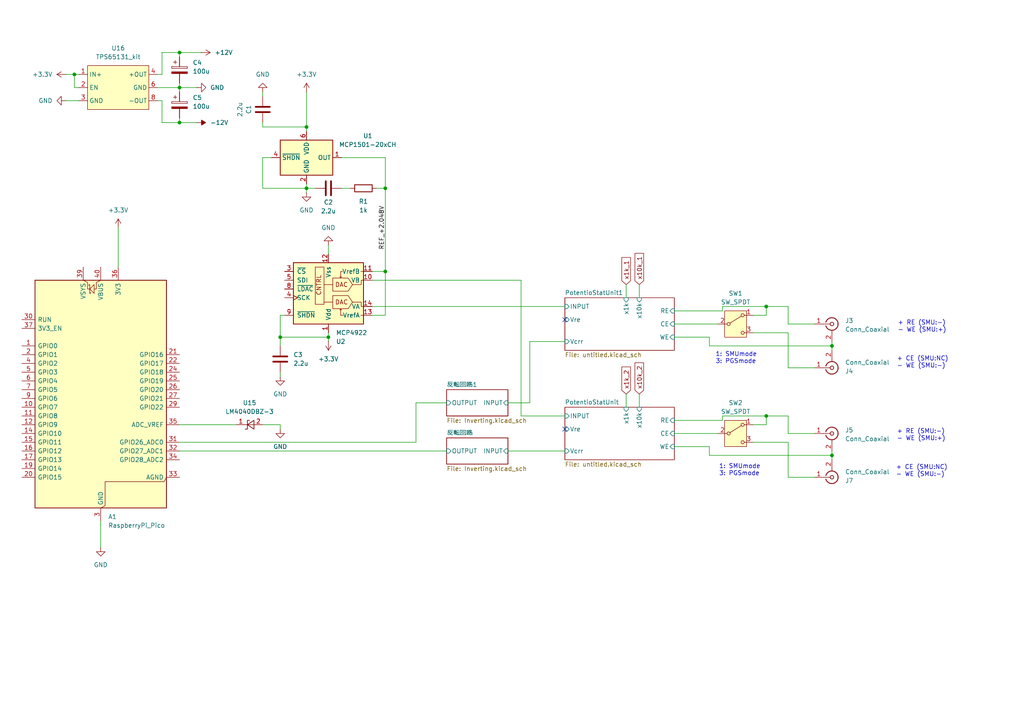
<source format=kicad_sch>
(kicad_sch (version 20250114) (generator "eeschema") (generator_version "9.0")
  (paper "A4")
  (lib_symbols
    (symbol "Analog_DAC:MCP4922" (pin_names (offset 1.016))
      (property "Reference" "U" (at -1.905 10.795 0))
      (property "Value" "MCP4922" (at -1.905 8.89 0))
      (symbol "MCP4922_0_0"
        (polyline (pts (xy 3.556 3.302) (xy 3.302 3.556)))
        (polyline (pts (xy 3.556 3.302) (xy 3.81 3.556)))
        (polyline (pts (xy 3.556 -5.842) (xy 3.302 -6.096)))
        (polyline (pts (xy 3.556 -5.842) (xy 3.81 -6.096)))
        (polyline (pts (xy 4.064 -7.62) (xy 3.556 -7.62) (xy 3.556 -5.842)))
        (polyline (pts (xy 4.318 5.08) (xy 3.556 5.08) (xy 3.556 3.302)))
        (polyline (pts (xy 6.985 1.27) (xy 9.525 1.27) (xy 9.525 2.54) (xy 10.16 2.54)))
        (polyline (pts (xy 6.985 -3.81) (xy 9.525 -3.81) (xy 9.525 -5.08) (xy 10.16 -5.08)))
        (polyline (pts (xy 10.16 5.08) (xy 9.398 5.08)))
        (polyline (pts (xy 10.16 -7.62) (xy 9.398 -7.62)))
        (text "CNTRL" (at -2.032 -6.731 900) (effects (font (size 1.27 1.27)) (justify left bottom)))
        (text "DAC" (at 3.81 1.27 0) (effects (font (size 1.27 1.27))))
        (text "DAC" (at 3.81 -3.81 0) (effects (font (size 1.27 1.27))))
      )
      (symbol "MCP4922_0_1"
        (rectangle (start -10.16 7.62) (end 10.16 -10.16) (stroke (width 0.254)) (fill (type background)))
        (rectangle (start -1.27 -8.89) (end -3.81 1.905))
        (polyline (pts (xy 1.27 1.27) (xy -1.27 1.27)))
        (polyline (pts (xy 1.27 -3.81) (xy -1.27 -3.81)))
        (polyline (pts (xy 6.985 1.27) (xy 5.715 3.175) (xy 1.27 3.175) (xy 1.27 -0.635) (xy 5.715 -0.635) (xy 6.985 1.27)))
        (polyline (pts (xy 6.985 -3.81) (xy 5.715 -1.905) (xy 1.27 -1.905) (xy 1.27 -5.715) (xy 5.715 -5.715) (xy 6.985 -3.81)))
      )
      (symbol "MCP4922_1_1"
        (pin input line (at -12.7 5.08 0) (length 2.54) (name "~{SHDN}") (number "9"))
        (pin input clock (at -12.7 0 0) (length 2.54) (name "SCK") (number "4"))
        (pin input line (at -12.7 -2.54 0) (length 2.54) (name "~{LDAC}") (number "8"))
        (pin input line (at -12.7 -5.08 0) (length 2.54) (name "SDI") (number "5"))
        (pin input line (at -12.7 -7.62 0) (length 2.54) (name "~{CS}") (number "3"))
        (pin no_connect line (at -7.62 -10.16 90) (length 2.54) (hide yes) (name "NC") (number "2"))
        (pin no_connect line (at -5.08 -10.16 90) (length 2.54) (hide yes) (name "NC") (number "6"))
        (pin no_connect line (at -2.54 -10.16 90) (length 2.54) (hide yes) (name "NC") (number "7"))
        (pin power_in line (at 0 10.16 270) (length 2.54) (name "Vdd") (number "1"))
        (pin power_in line (at 0 -12.7 90) (length 2.54) (name "Vss") (number "12"))
        (pin input line (at 12.7 5.08 180) (length 2.54) (name "VrefA") (number "13"))
        (pin output line (at 12.7 2.54 180) (length 2.54) (name "VA") (number "14"))
        (pin output line (at 12.7 -5.08 180) (length 2.54) (name "VB") (number "10"))
        (pin input line (at 12.7 -7.62 180) (length 2.54) (name "VrefB") (number "11"))
      )
    )
    (symbol "Connector:Conn_Coaxial" (pin_names (offset 1.016) (hide yes))
      (property "Reference" "J" (at 0.254 3.048 0))
      (property "Value" "Conn_Coaxial" (at 2.921 0 90))
      (symbol "Conn_Coaxial_0_1"
        (polyline (pts (xy -2.54 0) (xy -0.508 0)))
        (arc (start 1.778 0) (mid 0.222 -1.8079) (end -1.778 -0.508) (stroke (width 0.254)))
        (arc (start -1.778 0.508) (mid 0.2221 1.8084) (end 1.778 0) (stroke (width 0.254)))
        (circle (center 0 0) (radius 0.508) (stroke (width 0.2032)))
        (polyline (pts (xy 0 -2.54) (xy 0 -1.778)))
      )
      (symbol "Conn_Coaxial_1_1"
        (pin passive line (at -5.08 0 0) (length 2.54) (name "In") (number "1"))
        (pin passive line (at 0 -5.08 90) (length 2.54) (name "Ext") (number "2"))
      )
    )
    (symbol "Device:C" (pin_numbers (hide yes)) (pin_names (offset 0.254))
      (property "Reference" "C" (at 0.635 2.54 0))
      (property "Value" "C" (at 0.635 -2.54 0))
      (symbol "C_0_1"
        (polyline (pts (xy -2.032 0.762) (xy 2.032 0.762)) (stroke (width 0.508)))
        (polyline (pts (xy -2.032 -0.762) (xy 2.032 -0.762)) (stroke (width 0.508)))
      )
      (symbol "C_1_1"
        (pin passive line (at 0 3.81 270) (length 2.794) (name "~") (number "1"))
        (pin passive line (at 0 -3.81 90) (length 2.794) (name "~") (number "2"))
      )
    )
    (symbol "Device:C_Polarized" (pin_numbers (hide yes)) (pin_names (offset 0.254))
      (property "Reference" "C" (at 0.635 2.54 0))
      (property "Value" "C_Polarized" (at 0.635 -2.54 0))
      (symbol "C_Polarized_0_1"
        (rectangle (start -2.286 0.508) (end 2.286 1.016))
        (polyline (pts (xy -1.778 2.286) (xy -0.762 2.286)))
        (polyline (pts (xy -1.27 2.794) (xy -1.27 1.778)))
        (rectangle (start 2.286 -0.508) (end -2.286 -1.016) (fill (type outline)))
      )
      (symbol "C_Polarized_1_1"
        (pin passive line (at 0 3.81 270) (length 2.794) (name "~") (number "1"))
        (pin passive line (at 0 -3.81 90) (length 2.794) (name "~") (number "2"))
      )
    )
    (symbol "Device:R" (pin_numbers (hide yes)) (pin_names (offset 0))
      (property "Reference" "R" (at 2.032 0 90))
      (property "Value" "R" (at 0 0 90))
      (symbol "R_0_1"
        (rectangle (start -1.016 -2.54) (end 1.016 2.54) (stroke (width 0.254)))
      )
      (symbol "R_1_1"
        (pin passive line (at 0 3.81 270) (length 1.27) (name "~") (number "1"))
        (pin passive line (at 0 -3.81 90) (length 1.27) (name "~") (number "2"))
      )
    )
    (symbol "MCU_Module:RaspberryPi_Pico" (pin_names (offset 0.762))
      (property "Reference" "A" (at -19.05 35.56 0))
      (property "Value" "RaspberryPi_Pico" (at 7.62 35.56 0))
      (symbol "RaspberryPi_Pico_0_1"
        (rectangle (start -19.05 34.29) (end 19.05 -31.75) (stroke (width 0.254)) (fill (type background)))
        (polyline (pts (xy -5.08 34.29) (xy -3.81 33.655) (xy -3.81 31.75) (xy -3.175 31.75)))
        (polyline (pts (xy -3.429 32.766) (xy -3.429 33.02) (xy -3.175 33.02) (xy -3.175 30.48) (xy -2.921 30.48) (xy -2.921 30.734)))
        (polyline (pts (xy -3.175 31.75) (xy -1.905 33.02) (xy -1.905 30.48) (xy -3.175 31.75)))
        (polyline (pts (xy 0 34.29) (xy -1.27 33.655) (xy -1.27 31.75) (xy -1.905 31.75)))
        (polyline (pts (xy 0 -31.75) (xy 1.27 -31.115) (xy 1.27 -24.13) (xy 18.415 -24.13) (xy 19.05 -22.86)))
      )
      (symbol "RaspberryPi_Pico_1_1"
        (pin passive line (at -22.86 22.86 0) (length 3.81) (name "RUN") (number "30"))
        (pin passive line (at -22.86 20.32 0) (length 3.81) (name "3V3_EN") (number "37"))
        (pin bidirectional line (at -22.86 15.24 0) (length 3.81) (name "GPIO0") (number "1"))
        (pin bidirectional line (at -22.86 12.7 0) (length 3.81) (name "GPIO1") (number "2"))
        (pin bidirectional line (at -22.86 10.16 0) (length 3.81) (name "GPIO2") (number "4"))
        (pin bidirectional line (at -22.86 7.62 0) (length 3.81) (name "GPIO3") (number "5"))
        (pin bidirectional line (at -22.86 5.08 0) (length 3.81) (name "GPIO4") (number "6"))
        (pin bidirectional line (at -22.86 2.54 0) (length 3.81) (name "GPIO5") (number "7"))
        (pin bidirectional line (at -22.86 0 0) (length 3.81) (name "GPIO6") (number "9"))
        (pin bidirectional line (at -22.86 -2.54 0) (length 3.81) (name "GPIO7") (number "10"))
        (pin bidirectional line (at -22.86 -5.08 0) (length 3.81) (name "GPIO8") (number "11"))
        (pin bidirectional line (at -22.86 -7.62 0) (length 3.81) (name "GPIO9") (number "12"))
        (pin bidirectional line (at -22.86 -10.16 0) (length 3.81) (name "GPIO10") (number "14"))
        (pin bidirectional line (at -22.86 -12.7 0) (length 3.81) (name "GPIO11") (number "15"))
        (pin bidirectional line (at -22.86 -15.24 0) (length 3.81) (name "GPIO12") (number "16"))
        (pin bidirectional line (at -22.86 -17.78 0) (length 3.81) (name "GPIO13") (number "17"))
        (pin bidirectional line (at -22.86 -20.32 0) (length 3.81) (name "GPIO14") (number "19"))
        (pin bidirectional line (at -22.86 -22.86 0) (length 3.81) (name "GPIO15") (number "20"))
        (pin power_in line (at -5.08 38.1 270) (length 3.81) (name "VSYS") (number "39"))
        (pin power_out line (at 0 38.1 270) (length 3.81) (name "VBUS") (number "40"))
        (pin passive line (at 0 -35.56 90) (length 3.81) (hide yes) (name "GND") (number "13"))
        (pin passive line (at 0 -35.56 90) (length 3.81) (hide yes) (name "GND") (number "18"))
        (pin passive line (at 0 -35.56 90) (length 3.81) (hide yes) (name "GND") (number "23"))
        (pin passive line (at 0 -35.56 90) (length 3.81) (hide yes) (name "GND") (number "28"))
        (pin power_out line (at 0 -35.56 90) (length 3.81) (name "GND") (number "3"))
        (pin passive line (at 0 -35.56 90) (length 3.81) (hide yes) (name "GND") (number "38"))
        (pin passive line (at 0 -35.56 90) (length 3.81) (hide yes) (name "GND") (number "8"))
        (pin power_out line (at 5.08 38.1 270) (length 3.81) (name "3V3") (number "36"))
        (pin bidirectional line (at 22.86 12.7 180) (length 3.81) (name "GPIO16") (number "21"))
        (pin bidirectional line (at 22.86 10.16 180) (length 3.81) (name "GPIO17") (number "22"))
        (pin bidirectional line (at 22.86 7.62 180) (length 3.81) (name "GPIO18") (number "24"))
        (pin bidirectional line (at 22.86 5.08 180) (length 3.81) (name "GPIO19") (number "25"))
        (pin bidirectional line (at 22.86 2.54 180) (length 3.81) (name "GPIO20") (number "26"))
        (pin bidirectional line (at 22.86 0 180) (length 3.81) (name "GPIO21") (number "27"))
        (pin bidirectional line (at 22.86 -2.54 180) (length 3.81) (name "GPIO22") (number "29"))
        (pin power_in line (at 22.86 -7.62 180) (length 3.81) (name "ADC_VREF") (number "35"))
        (pin bidirectional line (at 22.86 -12.7 180) (length 3.81) (name "GPIO26_ADC0") (number "31"))
        (pin bidirectional line (at 22.86 -15.24 180) (length 3.81) (name "GPIO27_ADC1") (number "32"))
        (pin bidirectional line (at 22.86 -17.78 180) (length 3.81) (name "GPIO28_ADC2") (number "34"))
        (pin power_out line (at 22.86 -22.86 180) (length 3.81) (name "AGND") (number "33"))
      )
    )
    (symbol "Reference_Voltage:LM4040DBZ-3" (pin_names (offset 0.0254) (hide yes))
      (property "Reference" "U" (at 0 2.54 0))
      (property "Value" "LM4040DBZ-3" (at 0 -3.175 0))
      (symbol "LM4040DBZ-3_0_1"
        (polyline (pts (xy -1.27 0) (xy 0 0) (xy 1.27 0)))
        (polyline (pts (xy -1.27 -1.27) (xy 0.635 0) (xy -1.27 1.27) (xy -1.27 -1.27)) (stroke (width 0.2032)))
        (polyline (pts (xy 0 -1.27) (xy 0.635 -1.27) (xy 0.635 1.27) (xy 1.27 1.27)) (stroke (width 0.2032)))
      )
      (symbol "LM4040DBZ-3_1_1"
        (pin passive line (at -3.81 0 0) (length 2.54) (name "A") (number "2"))
        (pin no_connect line (at -1.27 0 0) (length 2.54) (hide yes) (name "NC") (number "3"))
        (pin passive line (at 3.81 0 180) (length 2.54) (name "K") (number "1"))
      )
    )
    (symbol "Reference_Voltage:MCP1501-20xCH"
      (property "Reference" "U" (at -6.35 6.35 0))
      (property "Value" "MCP1501-20xCH" (at 10.16 6.35 0))
      (symbol "MCP1501-20xCH_0_0"
        (pin input line (at -10.16 0 0) (length 2.54) (name "~{SHDN}") (number "4"))
        (pin power_in line (at 0 7.62 270) (length 2.54) (name "VDD") (number "6"))
        (pin power_in line (at 0 -7.62 90) (length 2.54) (name "GND") (number "2"))
        (pin passive line (at 0 -7.62 90) (length 2.54) (hide yes) (name "GND") (number "3"))
        (pin passive line (at 0 -7.62 90) (length 2.54) (hide yes) (name "GND") (number "5"))
        (pin power_out line (at 10.16 0 180) (length 2.54) (name "OUT") (number "1"))
      )
      (symbol "MCP1501-20xCH_0_1"
        (rectangle (start -7.62 5.08) (end 7.62 -5.08) (stroke (width 0.254)) (fill (type background)))
      )
    )
    (symbol "Switch:SW_SPDT" (pin_names (offset 0) (hide yes))
      (property "Reference" "SW" (at 0 5.08 0))
      (property "Value" "SW_SPDT" (at 0 -5.08 0))
      (symbol "SW_SPDT_0_1"
        (circle (center -2.032 0) (radius 0.4572))
        (polyline (pts (xy -1.651 0.254) (xy 1.651 2.286)))
        (circle (center 2.032 2.54) (radius 0.4572))
        (circle (center 2.032 -2.54) (radius 0.4572))
      )
      (symbol "SW_SPDT_1_1"
        (rectangle (start -3.175 3.81) (end 3.175 -3.81) (fill (type background)))
        (pin passive line (at -5.08 0 0) (length 2.54) (name "B") (number "2"))
        (pin passive line (at 5.08 2.54 180) (length 2.54) (name "A") (number "1"))
        (pin passive line (at 5.08 -2.54 180) (length 2.54) (name "C") (number "3"))
      )
    )
    (symbol "TPS65131:TPS65131"
      (property "Reference" "U" (at 0 7.874 0))
      (property "Value" "TPS65131_kit" (at 0 -8.382 0))
      (symbol "TPS65131_1_1"
        (rectangle (start -8.89 6.35) (end 8.89 -6.35) (fill (type background)))
        (pin power_in line (at -11.43 3.81 0) (length 2.54) (name "IN+") (number "1"))
        (pin input line (at -11.43 0 0) (length 2.54) (name "EN") (number "2"))
        (pin power_in line (at -11.43 -3.81 0) (length 2.54) (name "GND") (number "3"))
        (pin power_out line (at 11.43 3.81 180) (length 2.54) (name "+OUT") (number "4"))
        (pin passive line (at 11.43 3.81 180) (length 2.54) (hide yes) (name "+OUT") (number "5"))
        (pin power_out line (at 11.43 0 180) (length 2.54) (name "GND") (number "6"))
        (pin passive line (at 11.43 0 180) (length 2.54) (hide yes) (name "GND") (number "7"))
        (pin power_out line (at 11.43 -3.81 180) (length 2.54) (name "-OUT") (number "8"))
        (pin passive line (at 11.43 -3.81 180) (length 2.54) (hide yes) (name "-OUT") (number "9"))
      )
    )
    (symbol "power:+12V" (power) (pin_numbers (hide yes)) (pin_names (offset 0) (hide yes))
      (property "Value" "+12V" (at 0 3.556 0))
      (symbol "+12V_0_1"
        (polyline (pts (xy -0.762 1.27) (xy 0 2.54)))
        (polyline (pts (xy 0 2.54) (xy 0.762 1.27)))
        (polyline (pts (xy 0 0) (xy 0 2.54)))
      )
      (symbol "+12V_1_1"
        (pin power_in line (at 0 0 90) (length 0) (name "~") (number "1"))
      )
    )
    (symbol "power:+3.3V" (power) (pin_numbers (hide yes)) (pin_names (offset 0) (hide yes))
      (property "Value" "+3.3V" (at 0 3.556 0))
      (symbol "+3.3V_0_1"
        (polyline (pts (xy -0.762 1.27) (xy 0 2.54)))
        (polyline (pts (xy 0 2.54) (xy 0.762 1.27)))
        (polyline (pts (xy 0 0) (xy 0 2.54)))
      )
      (symbol "+3.3V_1_1"
        (pin power_in line (at 0 0 90) (length 0) (name "~") (number "1"))
      )
    )
    (symbol "power:-12V" (power) (pin_numbers (hide yes)) (pin_names (offset 0) (hide yes))
      (property "Value" "-12V" (at 0 3.556 0))
      (symbol "-12V_0_0"
        (pin power_in line (at 0 0 90) (length 0) (name "~") (number "1"))
      )
      (symbol "-12V_0_1"
        (polyline (pts (xy 0 0) (xy 0 1.27) (xy 0.762 1.27) (xy 0 2.54) (xy -0.762 1.27) (xy 0 1.27)) (fill (type outline)))
      )
    )
    (symbol "power:GND" (power) (pin_numbers (hide yes)) (pin_names (offset 0) (hide yes))
      (property "Value" "GND" (at 0 -3.81 0))
      (symbol "GND_0_1"
        (polyline (pts (xy 0 0) (xy 0 -1.27) (xy 1.27 -1.27) (xy 0 -2.54) (xy -1.27 -1.27) (xy 0 -1.27)))
      )
      (symbol "GND_1_1"
        (pin power_in line (at 0 0 270) (length 0) (name "~") (number "1"))
      )
    )
  )
  (text "+ RE (SMU:-)\n- WE (SMU:+)" (at 260.096 124.46 0) (effects (font (size 1.27 1.27)) (justify left top)))
  (text "1: SMUmode\n3: PGSmode" (at 207.518 102.108 0) (effects (font (size 1.27 1.27)) (justify left top)))
  (text "+ CE (SMU:NC)\n- WE (SMU:-)" (at 259.842 134.874 0) (effects (font (size 1.27 1.27)) (justify left top)))
  (text "+ CE (SMU:NC)\n- WE (SMU:-)" (at 260.096 103.378 0) (effects (font (size 1.27 1.27)) (justify left top)))
  (text "+ RE (SMU:-)\n- WE (SMU:+)" (at 260.35 92.964 0) (effects (font (size 1.27 1.27)) (justify left top)))
  (text "1: SMUmode\n3: PGSmode" (at 208.534 134.62 0) (effects (font (size 1.27 1.27)) (justify left top)))
  (junction (at 21.59 21.59))
  (junction (at 88.9 54.61))
  (junction (at 222.25 88.9))
  (junction (at 241.3 132.08))
  (junction (at 52.07 35.56))
  (junction (at 88.9 36.83))
  (junction (at 95.25 97.79))
  (junction (at 222.25 120.65))
  (junction (at 52.07 25.4))
  (junction (at 52.07 15.24))
  (junction (at 111.76 78.74))
  (junction (at 81.28 97.79))
  (junction (at 241.3 100.33))
  (junction (at 111.76 54.61))
  (no_connect (at 163.83 92.71))
  (no_connect (at 163.83 124.46))
  (wire (pts (xy 153.67 99.06) (xy 153.67 116.84)))
  (wire (pts (xy 78.74 45.72) (xy 76.2 45.72)))
  (wire (pts (xy 218.44 96.52) (xy 228.6 96.52)))
  (wire (pts (xy 21.59 25.4) (xy 21.59 21.59)))
  (wire (pts (xy 205.74 129.54) (xy 205.74 132.08)))
  (wire (pts (xy 151.13 120.65) (xy 163.83 120.65)))
  (wire (pts (xy 46.99 29.21) (xy 45.72 29.21)))
  (wire (pts (xy 52.07 24.13) (xy 52.07 25.4)))
  (wire (pts (xy 195.58 93.98) (xy 208.28 93.98)))
  (wire (pts (xy 81.28 100.33) (xy 81.28 97.79)))
  (wire (pts (xy 107.95 91.44) (xy 111.76 91.44)))
  (wire (pts (xy 88.9 55.88) (xy 88.9 54.61)))
  (wire (pts (xy 107.95 81.28) (xy 151.13 81.28)))
  (wire (pts (xy 241.3 100.33) (xy 241.3 101.6)))
  (wire (pts (xy 222.25 123.19) (xy 222.25 120.65)))
  (wire (pts (xy 181.61 114.3) (xy 181.61 118.11)))
  (wire (pts (xy 22.86 25.4) (xy 21.59 25.4)))
  (wire (pts (xy 205.74 100.33) (xy 241.3 100.33)))
  (wire (pts (xy 81.28 123.19) (xy 81.28 124.46)))
  (wire (pts (xy 76.2 123.19) (xy 81.28 123.19)))
  (wire (pts (xy 228.6 106.68) (xy 228.6 96.52)))
  (wire (pts (xy 209.55 121.92) (xy 209.55 120.65)))
  (wire (pts (xy 52.07 25.4) (xy 45.72 25.4)))
  (wire (pts (xy 222.25 91.44) (xy 222.25 88.9)))
  (wire (pts (xy 241.3 132.08) (xy 241.3 133.35)))
  (wire (pts (xy 222.25 120.65) (xy 228.6 120.65)))
  (wire (pts (xy 185.42 82.55) (xy 185.42 86.36)))
  (wire (pts (xy 76.2 36.83) (xy 88.9 36.83)))
  (wire (pts (xy 88.9 54.61) (xy 88.9 53.34)))
  (wire (pts (xy 95.25 97.79) (xy 95.25 99.06)))
  (wire (pts (xy 205.74 132.08) (xy 241.3 132.08)))
  (wire (pts (xy 228.6 106.68) (xy 236.22 106.68)))
  (wire (pts (xy 52.07 34.29) (xy 52.07 35.56)))
  (wire (pts (xy 222.25 88.9) (xy 228.6 88.9)))
  (wire (pts (xy 57.15 25.4) (xy 52.07 25.4)))
  (wire (pts (xy 81.28 97.79) (xy 95.25 97.79)))
  (wire (pts (xy 81.28 97.79) (xy 81.28 91.44)))
  (wire (pts (xy 46.99 35.56) (xy 46.99 29.21)))
  (wire (pts (xy 19.05 29.21) (xy 22.86 29.21)))
  (wire (pts (xy 52.07 35.56) (xy 57.15 35.56)))
  (wire (pts (xy 88.9 26.67) (xy 88.9 36.83)))
  (wire (pts (xy 81.28 91.44) (xy 82.55 91.44)))
  (wire (pts (xy 21.59 21.59) (xy 22.86 21.59)))
  (wire (pts (xy 185.42 114.3) (xy 185.42 118.11)))
  (wire (pts (xy 88.9 36.83) (xy 88.9 38.1)))
  (wire (pts (xy 111.76 78.74) (xy 107.95 78.74)))
  (wire (pts (xy 76.2 54.61) (xy 88.9 54.61)))
  (wire (pts (xy 107.95 88.9) (xy 163.83 88.9)))
  (wire (pts (xy 153.67 116.84) (xy 147.32 116.84)))
  (wire (pts (xy 52.07 15.24) (xy 52.07 16.51)))
  (wire (pts (xy 195.58 121.92) (xy 209.55 121.92)))
  (wire (pts (xy 218.44 128.27) (xy 228.6 128.27)))
  (wire (pts (xy 241.3 130.81) (xy 241.3 132.08)))
  (wire (pts (xy 111.76 54.61) (xy 111.76 78.74)))
  (wire (pts (xy 228.6 93.98) (xy 236.22 93.98)))
  (wire (pts (xy 153.67 99.06) (xy 163.83 99.06)))
  (wire (pts (xy 46.99 35.56) (xy 52.07 35.56)))
  (wire (pts (xy 19.05 21.59) (xy 21.59 21.59)))
  (wire (pts (xy 129.54 116.84) (xy 120.65 116.84)))
  (wire (pts (xy 109.22 54.61) (xy 111.76 54.61)))
  (wire (pts (xy 81.28 107.95) (xy 81.28 109.22)))
  (wire (pts (xy 228.6 138.43) (xy 228.6 128.27)))
  (wire (pts (xy 228.6 138.43) (xy 236.22 138.43)))
  (wire (pts (xy 195.58 97.79) (xy 205.74 97.79)))
  (wire (pts (xy 181.61 82.55) (xy 181.61 86.36)))
  (wire (pts (xy 195.58 129.54) (xy 205.74 129.54)))
  (wire (pts (xy 46.99 15.24) (xy 46.99 21.59)))
  (wire (pts (xy 111.76 91.44) (xy 111.76 78.74)))
  (wire (pts (xy 195.58 90.17) (xy 209.55 90.17)))
  (wire (pts (xy 95.25 71.12) (xy 95.25 73.66)))
  (wire (pts (xy 76.2 36.83) (xy 76.2 35.56)))
  (wire (pts (xy 209.55 88.9) (xy 222.25 88.9)))
  (wire (pts (xy 58.42 15.24) (xy 52.07 15.24)))
  (wire (pts (xy 147.32 130.81) (xy 163.83 130.81)))
  (wire (pts (xy 228.6 88.9) (xy 228.6 93.98)))
  (wire (pts (xy 34.29 66.04) (xy 34.29 77.47)))
  (wire (pts (xy 205.74 97.79) (xy 205.74 100.33)))
  (wire (pts (xy 241.3 99.06) (xy 241.3 100.33)))
  (wire (pts (xy 52.07 128.27) (xy 120.65 128.27)))
  (wire (pts (xy 228.6 120.65) (xy 228.6 125.73)))
  (wire (pts (xy 52.07 130.81) (xy 129.54 130.81)))
  (wire (pts (xy 120.65 116.84) (xy 120.65 128.27)))
  (wire (pts (xy 101.6 54.61) (xy 99.06 54.61)))
  (wire (pts (xy 76.2 54.61) (xy 76.2 45.72)))
  (wire (pts (xy 209.55 90.17) (xy 209.55 88.9)))
  (wire (pts (xy 209.55 120.65) (xy 222.25 120.65)))
  (wire (pts (xy 76.2 26.67) (xy 76.2 27.94)))
  (wire (pts (xy 99.06 45.72) (xy 111.76 45.72)))
  (wire (pts (xy 195.58 125.73) (xy 208.28 125.73)))
  (wire (pts (xy 52.07 15.24) (xy 46.99 15.24)))
  (wire (pts (xy 29.21 151.13) (xy 29.21 158.75)))
  (wire (pts (xy 218.44 123.19) (xy 222.25 123.19)))
  (wire (pts (xy 95.25 96.52) (xy 95.25 97.79)))
  (wire (pts (xy 218.44 91.44) (xy 222.25 91.44)))
  (wire (pts (xy 228.6 125.73) (xy 236.22 125.73)))
  (wire (pts (xy 88.9 54.61) (xy 91.44 54.61)))
  (wire (pts (xy 151.13 81.28) (xy 151.13 120.65)))
  (wire (pts (xy 111.76 45.72) (xy 111.76 54.61)))
  (wire (pts (xy 46.99 21.59) (xy 45.72 21.59)))
  (wire (pts (xy 68.58 123.19) (xy 52.07 123.19)))
  (wire (pts (xy 52.07 25.4) (xy 52.07 26.67)))
  (label "REF_+2.048V" (at 111.76 72.39 90))
  (global_label "x10k_1" (shape input) (at 185.42 82.55 90) (property "Intersheetrefs" "${INTERSHEET_REFS}" (effects (hide yes))))
  (global_label "x1k_1" (shape input) (at 181.61 82.55 90) (property "Intersheetrefs" "${INTERSHEET_REFS}" (effects (hide yes))))
  (global_label "x1k_2" (shape input) (at 181.61 114.3 90) (property "Intersheetrefs" "${INTERSHEET_REFS}" (effects (hide yes))))
  (global_label "x10k_2" (shape input) (at 185.42 114.3 90) (property "Intersheetrefs" "${INTERSHEET_REFS}" (effects (hide yes))))
  (symbol (lib_id "Device:C") (at 76.2 31.75 0) (unit 1)
    (property "Reference" "C1" (at 72.136 31.75 90))
    (property "Value" "2.2u" (at 69.596 31.75 90))
    (property "Footprint" "Capacitor_SMD:C_0603_1608Metric" (effects (hide yes)))
    (property "Description" "Unpolarized capacitor" (effects (hide yes)))
    (property "Sim.Device" "C" (effects (hide yes)))
    (property "Sim.Type" "=" (effects (hide yes)))
    (property "Sim.Params" "c=2.2u" (effects (hide yes)))
    (property "Sim.Pins" "1=+ 2=-" (effects (hide yes)))
  )
  (symbol (lib_id "Switch:SW_SPDT") (at 213.36 125.73 0) (unit 1)
    (property "Reference" "SW2" (at 213.36 116.84 0))
    (property "Value" "SW_SPDT" (at 213.36 119.38 0))
    (property "Footprint" "Button_Switch_THT:SW_Slide-03_Wuerth-WS-SLTV_10x2.5x6.4_P2.54mm" (effects (hide yes)))
    (property "Description" "Switch, single pole double throw" (effects (hide yes)))
  )
  (symbol (lib_id "power:+3.3V") (at 34.29 66.04 0) (unit 1)
    (property "Reference" "#PWR08" (effects (hide yes)))
    (property "Value" "+3.3V" (at 34.29 60.96 0))
    (property "Description" "Power symbol creates a global label with name \"+3.3V\"" (effects (hide yes)))
  )
  (symbol (lib_id "power:GND") (at 76.2 26.67 180) (unit 1)
    (property "Reference" "#PWR01" (effects (hide yes)))
    (property "Value" "GND" (at 76.2 21.59 0))
    (property "Description" "Power symbol creates a global label with name \"GND\" , ground" (effects (hide yes)))
  )
  (symbol (lib_id "power:GND") (at 29.21 158.75 0) (unit 1)
    (property "Reference" "#PWR09" (effects (hide yes)))
    (property "Value" "GND" (at 29.21 163.83 0))
    (property "Description" "Power symbol creates a global label with name \"GND\" , ground" (effects (hide yes)))
  )
  (symbol (lib_id "power:+3.3V") (at 95.25 99.06 180) (unit 1)
    (property "Reference" "#PWR05" (effects (hide yes)))
    (property "Value" "+3.3V" (at 95.25 104.14 0))
    (property "Description" "Power symbol creates a global label with name \"+3.3V\"" (effects (hide yes)))
  )
  (symbol (lib_id "Connector:Conn_Coaxial") (at 241.3 138.43 0) (mirror x) (unit 1)
    (property "Reference" "J7" (at 245.11 139.4069 0) (effects (justify left)))
    (property "Value" "Conn_Coaxial" (at 245.11 136.8669 0) (effects (justify left)))
    (property "Footprint" "Connector_Coaxial:BNC_Amphenol_B6252HB-NPP3G-50_Horizontal" (effects (hide yes)))
    (property "Description" "coaxial connector (BNC, SMA, SMB, SMC, Cinch/RCA, LEMO, ...)" (effects (hide yes)))
  )
  (symbol (lib_id "Device:C_Polarized") (at 52.07 20.32 0) (unit 1)
    (property "Reference" "C4" (at 55.88 18.1609 0) (effects (justify left)))
    (property "Value" "100u" (at 55.88 20.7009 0) (effects (justify left)))
    (property "Description" "Polarized capacitor" (effects (hide yes)))
  )
  (symbol (lib_id "Connector:Conn_Coaxial") (at 241.3 93.98 0) (unit 1)
    (property "Reference" "J3" (at 245.11 93.0031 0) (effects (justify left)))
    (property "Value" "Conn_Coaxial" (at 245.11 95.5431 0) (effects (justify left)))
    (property "Footprint" "Connector_Coaxial:BNC_Amphenol_B6252HB-NPP3G-50_Horizontal" (effects (hide yes)))
    (property "Description" "coaxial connector (BNC, SMA, SMB, SMC, Cinch/RCA, LEMO, ...)" (effects (hide yes)))
  )
  (symbol (lib_id "power:+12V") (at 58.42 15.24 270) (unit 1)
    (property "Reference" "#PWR012" (effects (hide yes)))
    (property "Value" "+12V" (at 62.23 15.2399 90) (effects (justify left)))
    (property "Description" "Power symbol creates a global label with name \"+12V\"" (effects (hide yes)))
  )
  (symbol (lib_id "Device:C") (at 81.28 104.14 0) (unit 1)
    (property "Reference" "C3" (at 85.09 102.8699 0) (effects (justify left)))
    (property "Value" "2.2u" (at 85.09 105.4099 0) (effects (justify left)))
    (property "Footprint" "Capacitor_SMD:C_0603_1608Metric" (effects (hide yes)))
    (property "Description" "Unpolarized capacitor" (effects (hide yes)))
    (property "Sim.Device" "C" (effects (hide yes)))
    (property "Sim.Type" "=" (effects (hide yes)))
    (property "Sim.Params" "c=2.2u" (effects (hide yes)))
    (property "Sim.Pins" "1=+ 2=-" (effects (hide yes)))
  )
  (symbol (lib_id "Device:R") (at 105.41 54.61 270) (unit 1)
    (property "Reference" "R1" (at 105.41 58.42 90))
    (property "Value" "1k" (at 105.41 60.96 90))
    (property "Footprint" "Resistor_SMD:R_0603_1608Metric" (effects (hide yes)))
    (property "Description" "Resistor" (effects (hide yes)))
  )
  (symbol (lib_id "Reference_Voltage:MCP1501-20xCH") (at 88.9 45.72 0) (unit 1)
    (property "Reference" "U1" (at 106.68 39.4014 0))
    (property "Value" "MCP1501-20xCH" (at 106.68 41.9414 0))
    (property "Footprint" "Package_TO_SOT_SMD:SOT-23-6" (effects (hide yes)))
    (property "Datasheet" "http://ww1.microchip.com/downloads/en/DeviceDoc/20005474E.pdf" (effects (hide yes)))
    (property "Description" "2.048V, 0.1%, 20mA, Precision Voltage Reference, SOT-23-6" (effects (hide yes)))
  )
  (symbol (lib_id "Connector:Conn_Coaxial") (at 241.3 106.68 0) (mirror x) (unit 1)
    (property "Reference" "J4" (at 245.11 107.6569 0) (effects (justify left)))
    (property "Value" "Conn_Coaxial" (at 245.11 105.1169 0) (effects (justify left)))
    (property "Footprint" "Connector_Coaxial:BNC_Amphenol_B6252HB-NPP3G-50_Horizontal" (effects (hide yes)))
    (property "Description" "coaxial connector (BNC, SMA, SMB, SMC, Cinch/RCA, LEMO, ...)" (effects (hide yes)))
  )
  (symbol (lib_id "Switch:SW_SPDT") (at 213.36 93.98 0) (unit 1)
    (property "Reference" "SW1" (at 213.36 85.09 0))
    (property "Value" "SW_SPDT" (at 213.36 87.63 0))
    (property "Footprint" "Button_Switch_THT:SW_Slide-03_Wuerth-WS-SLTV_10x2.5x6.4_P2.54mm" (effects (hide yes)))
    (property "Description" "Switch, single pole double throw" (effects (hide yes)))
  )
  (symbol (lib_id "Device:C") (at 95.25 54.61 90) (unit 1)
    (property "Reference" "C2" (at 95.25 58.674 90))
    (property "Value" "2.2u" (at 95.25 61.214 90))
    (property "Footprint" "Capacitor_SMD:C_0603_1608Metric" (effects (hide yes)))
    (property "Description" "Unpolarized capacitor" (effects (hide yes)))
    (property "Sim.Device" "C" (effects (hide yes)))
    (property "Sim.Type" "=" (effects (hide yes)))
    (property "Sim.Params" "c=2.2u" (effects (hide yes)))
    (property "Sim.Pins" "1=+ 2=-" (effects (hide yes)))
  )
  (symbol (lib_id "power:-12V") (at 57.15 35.56 270) (unit 1)
    (property "Reference" "#PWR013" (effects (hide yes)))
    (property "Value" "-12V" (at 60.96 35.5599 90) (effects (justify left)))
    (property "Description" "Power symbol creates a global label with name \"-12V\"" (effects (hide yes)))
  )
  (symbol (lib_id "Reference_Voltage:LM4040DBZ-3") (at 72.39 123.19 180) (unit 1)
    (property "Reference" "U15" (at 72.39 116.84 0))
    (property "Value" "LM4040DBZ-3" (at 72.39 119.38 0))
    (property "Footprint" "Package_TO_SOT_SMD:SOT-23" (effects (hide yes)))
    (property "Datasheet" "http://www.ti.com/lit/ds/symlink/lm4040-n.pdf" (effects (hide yes)))
    (property "Description" "3.000V Precision Micropower Shunt Voltage Reference, SOT-23" (effects (hide yes)))
  )
  (symbol (lib_id "TPS65131:TPS65131") (at 34.29 25.4 0) (unit 1)
    (property "Reference" "U16" (at 34.29 13.97 0))
    (property "Value" "TPS65131_kit" (at 34.29 16.51 0))
  )
  (symbol (lib_id "power:GND") (at 81.28 109.22 0) (unit 1)
    (property "Reference" "#PWR06" (effects (hide yes)))
    (property "Value" "GND" (at 81.28 114.3 0))
    (property "Description" "Power symbol creates a global label with name \"GND\" , ground" (effects (hide yes)))
  )
  (symbol (lib_id "power:GND") (at 81.28 124.46 0) (unit 1)
    (property "Reference" "#PWR07" (effects (hide yes)))
    (property "Value" "GND" (at 81.28 129.54 0))
    (property "Description" "Power symbol creates a global label with name \"GND\" , ground" (effects (hide yes)))
  )
  (symbol (lib_id "Connector:Conn_Coaxial") (at 241.3 125.73 0) (unit 1)
    (property "Reference" "J5" (at 245.11 124.7531 0) (effects (justify left)))
    (property "Value" "Conn_Coaxial" (at 245.11 127.2931 0) (effects (justify left)))
    (property "Footprint" "Connector_Coaxial:BNC_Amphenol_B6252HB-NPP3G-50_Horizontal" (effects (hide yes)))
    (property "Description" "coaxial connector (BNC, SMA, SMB, SMC, Cinch/RCA, LEMO, ...)" (effects (hide yes)))
  )
  (symbol (lib_id "power:+3.3V") (at 88.9 26.67 0) (unit 1)
    (property "Reference" "#PWR02" (effects (hide yes)))
    (property "Value" "+3.3V" (at 88.9 21.59 0))
    (property "Description" "Power symbol creates a global label with name \"+3.3V\"" (effects (hide yes)))
  )
  (symbol (lib_id "Analog_DAC:MCP4922") (at 95.25 86.36 0) (mirror x) (unit 1)
    (property "Reference" "U2" (at 97.4441 99.06 0) (effects (justify left)))
    (property "Value" "MCP4922" (at 97.4441 96.52 0) (effects (justify left)))
    (property "Footprint" "Package_DIP:DIP-14_W7.62mm" (effects (hide yes)))
    (property "Datasheet" "http://ww1.microchip.com/downloads/en/DeviceDoc/22250A.pdf" (effects (hide yes)))
    (property "Description" "2-Channel 12-Bit D/A Converters with SPI Interface" (effects (hide yes)))
  )
  (symbol (lib_id "power:GND") (at 88.9 55.88 0) (unit 1)
    (property "Reference" "#PWR03" (effects (hide yes)))
    (property "Value" "GND" (at 88.9 60.96 0))
    (property "Description" "Power symbol creates a global label with name \"GND\" , ground" (effects (hide yes)))
  )
  (symbol (lib_id "power:GND") (at 95.25 71.12 180) (unit 1)
    (property "Reference" "#PWR04" (effects (hide yes)))
    (property "Value" "GND" (at 95.25 66.04 0))
    (property "Description" "Power symbol creates a global label with name \"GND\" , ground" (effects (hide yes)))
  )
  (symbol (lib_id "power:GND") (at 19.05 29.21 270) (unit 1)
    (property "Reference" "#PWR011" (effects (hide yes)))
    (property "Value" "GND" (at 15.24 29.2099 90) (effects (justify right)))
    (property "Description" "Power symbol creates a global label with name \"GND\" , ground" (effects (hide yes)))
  )
  (symbol (lib_id "power:GND") (at 57.15 25.4 90) (unit 1)
    (property "Reference" "#PWR014" (effects (hide yes)))
    (property "Value" "GND" (at 60.96 25.3999 90) (effects (justify right)))
    (property "Description" "Power symbol creates a global label with name \"GND\" , ground" (effects (hide yes)))
  )
  (symbol (lib_id "power:+3.3V") (at 19.05 21.59 90) (unit 1)
    (property "Reference" "#PWR010" (effects (hide yes)))
    (property "Value" "+3.3V" (at 15.24 21.5899 90) (effects (justify left)))
    (property "Description" "Power symbol creates a global label with name \"+3.3V\"" (effects (hide yes)))
  )
  (symbol (lib_id "MCU_Module:RaspberryPi_Pico") (at 29.21 115.57 0) (unit 1)
    (property "Reference" "A1" (at 31.3533 149.86 0) (effects (justify left)))
    (property "Value" "RaspberryPi_Pico" (at 31.3533 152.4 0) (effects (justify left)))
    (property "Footprint" "Module:RaspberryPi_Pico_Common_Unspecified" (effects (hide yes)))
    (property "Datasheet" "https://datasheets.raspberrypi.com/pico/pico-datasheet.pdf" (effects (hide yes)))
    (property "Description" "Versatile and inexpensive microcontroller module powered by RP2040 dual-core Arm Cortex-M0+ processor up to 133 MHz, 264kB SRAM, 2MB QSPI flash; also supports Raspberry Pi Pico 2" (effects (hide yes)))
  )
  (symbol (lib_id "Device:C_Polarized") (at 52.07 30.48 0) (unit 1)
    (property "Reference" "C5" (at 55.88 28.3209 0) (effects (justify left)))
    (property "Value" "100u" (at 55.88 30.8609 0) (effects (justify left)))
    (property "Description" "Polarized capacitor" (effects (hide yes)))
  )
  (sheet (at 163.83 118.11) (size 31.75 15.24) (stroke (width 0.1524))
    (property "Sheetname" "PotentioStatUnit" (at 163.83 117.3984 0) (effects (justify left bottom)))
    (property "Sheetfile" "untitled.kicad_sch" (at 163.83 133.9346 0) (effects (justify left top)))
    (pin "CE" input (at 195.58 125.73 0))
    (pin "RE" input (at 195.58 121.92 0))
    (pin "WE" input (at 195.58 129.54 0))
    (pin "Vcrr" input (at 163.83 130.81 180))
    (pin "INPUT" input (at 163.83 120.65 180))
    (pin "Vre" input (at 163.83 124.46 180))
    (pin "x1k" input (at 181.61 118.11 90))
    (pin "x10k" input (at 185.42 118.11 90))
  )
  (sheet (at 163.83 86.36) (size 31.75 15.24) (stroke (width 0.1524))
    (property "Sheetname" "PotentioStatUnit1" (at 163.83 85.6484 0) (effects (justify left bottom)))
    (property "Sheetfile" "untitled.kicad_sch" (at 163.83 102.1846 0) (effects (justify left top)))
    (pin "CE" input (at 195.58 93.98 0))
    (pin "RE" input (at 195.58 90.17 0))
    (pin "WE" input (at 195.58 97.79 0))
    (pin "Vcrr" input (at 163.83 99.06 180))
    (pin "INPUT" input (at 163.83 88.9 180))
    (pin "Vre" input (at 163.83 92.71 180))
    (pin "x1k" input (at 181.61 86.36 90))
    (pin "x10k" input (at 185.42 86.36 90))
  )
  (sheet (at 129.54 113.03) (size 17.78 7.62) (stroke (width 0.1524))
    (property "Sheetname" "反転回路1" (at 129.54 112.3184 0) (effects (justify left bottom)))
    (property "Sheetfile" "Inverting.kicad_sch" (at 129.54 121.2346 0) (effects (justify left top)))
    (pin "INPUT" input (at 147.32 116.84 0))
    (pin "OUTPUT" input (at 129.54 116.84 180))
  )
  (sheet (at 129.54 127) (size 17.78 7.62) (stroke (width 0.1524))
    (property "Sheetname" "反転回路" (at 129.54 126.2884 0) (effects (justify left bottom)))
    (property "Sheetfile" "Inverting.kicad_sch" (at 129.54 135.2046 0) (effects (justify left top)))
    (pin "INPUT" input (at 147.32 130.81 0))
    (pin "OUTPUT" input (at 129.54 130.81 180))
  )
)
</source>
